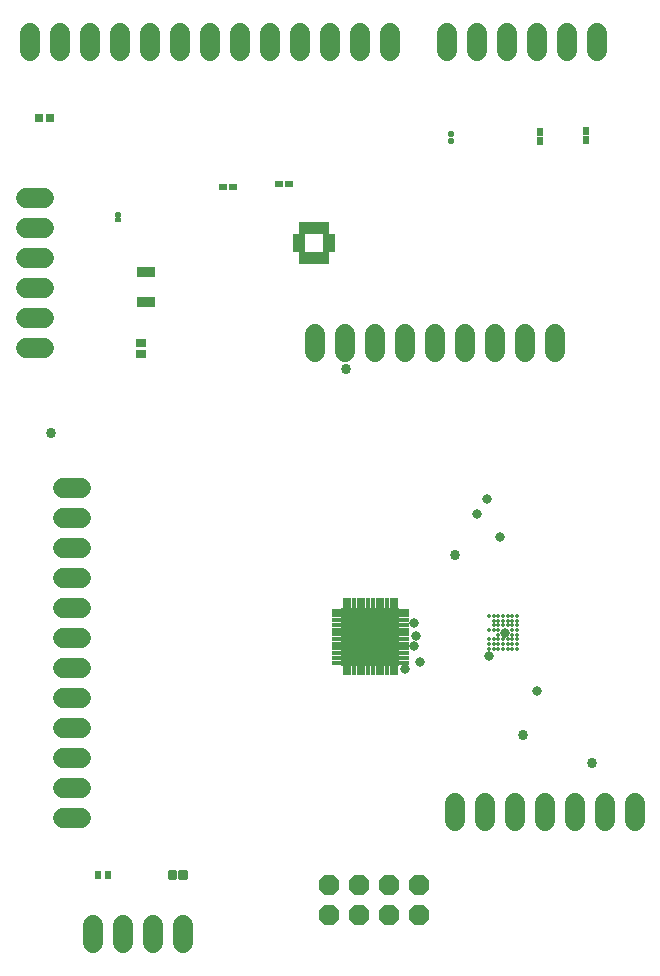
<source format=gts>
G75*
%MOIN*%
%OFA0B0*%
%FSLAX25Y25*%
%IPPOS*%
%LPD*%
%AMOC8*
5,1,8,0,0,1.08239X$1,22.5*
%
%ADD10R,0.06154X0.03241*%
%ADD11R,0.02000X0.03000*%
%ADD12R,0.03000X0.02000*%
%ADD13R,0.02600X0.02800*%
%ADD14C,0.01133*%
%ADD15R,0.03241X0.03083*%
%ADD16C,0.00682*%
%ADD17C,0.01339*%
%ADD18R,0.01981X0.04442*%
%ADD19R,0.03950X0.01981*%
%ADD20R,0.03400X0.01800*%
%ADD21R,0.01800X0.03400*%
%ADD22R,0.19300X0.19300*%
%ADD23OC8,0.06800*%
%ADD24C,0.06800*%
%ADD25R,0.02200X0.02800*%
%ADD26C,0.01551*%
%ADD27C,0.03200*%
%ADD28C,0.03400*%
%ADD29C,0.03778*%
D10*
X0063965Y0228454D03*
X0063965Y0238612D03*
D11*
X0194984Y0282261D03*
X0194984Y0285361D03*
X0210463Y0285557D03*
X0210463Y0282457D03*
D12*
X0111314Y0267772D03*
X0108214Y0267772D03*
X0092698Y0266916D03*
X0089598Y0266916D03*
D13*
X0031717Y0290009D03*
X0028117Y0290009D03*
D14*
X0164884Y0285253D02*
X0164884Y0284247D01*
X0164884Y0285253D02*
X0165968Y0285253D01*
X0165968Y0284247D01*
X0164884Y0284247D01*
X0164884Y0283048D02*
X0164884Y0282042D01*
X0164884Y0283048D02*
X0165968Y0283048D01*
X0165968Y0282042D01*
X0164884Y0282042D01*
D15*
X0062024Y0214848D03*
X0062024Y0211147D03*
D16*
X0053790Y0255410D02*
X0053790Y0256434D01*
X0055088Y0256434D01*
X0055088Y0255410D01*
X0053790Y0255410D01*
X0053790Y0256091D02*
X0055088Y0256091D01*
X0053790Y0257261D02*
X0053790Y0258285D01*
X0055088Y0258285D01*
X0055088Y0257261D01*
X0053790Y0257261D01*
X0053790Y0257942D02*
X0055088Y0257942D01*
D17*
X0178083Y0123963D03*
X0179657Y0123963D03*
X0179657Y0122388D03*
X0179657Y0120814D03*
X0181232Y0120814D03*
X0181232Y0122388D03*
X0182807Y0122388D03*
X0182807Y0120814D03*
X0184382Y0120814D03*
X0184382Y0122388D03*
X0185957Y0122388D03*
X0185957Y0120814D03*
X0187531Y0120814D03*
X0187531Y0122388D03*
X0187531Y0123963D03*
X0185957Y0123963D03*
X0184382Y0123963D03*
X0182807Y0123963D03*
X0181232Y0123963D03*
X0181232Y0119239D03*
X0179657Y0119239D03*
X0178083Y0119239D03*
X0178083Y0116089D03*
X0179657Y0116089D03*
X0179657Y0114514D03*
X0179657Y0112940D03*
X0178083Y0112940D03*
X0178083Y0114514D03*
X0181232Y0114514D03*
X0181232Y0112940D03*
X0182807Y0112940D03*
X0182807Y0114514D03*
X0184382Y0114514D03*
X0184382Y0112940D03*
X0185957Y0112940D03*
X0187531Y0112940D03*
X0187531Y0114514D03*
X0185957Y0114514D03*
X0185957Y0116089D03*
X0187531Y0116089D03*
X0187531Y0117664D03*
X0185957Y0117664D03*
X0185957Y0119239D03*
X0187531Y0119239D03*
X0184382Y0116089D03*
X0182807Y0116089D03*
X0181232Y0116089D03*
X0181232Y0117664D03*
D18*
X0123676Y0243093D03*
X0121707Y0243093D03*
X0119739Y0243093D03*
X0117770Y0243093D03*
X0115802Y0243093D03*
X0115802Y0253231D03*
X0117770Y0253231D03*
X0119739Y0253231D03*
X0121707Y0253231D03*
X0123676Y0253231D03*
D19*
X0124759Y0250130D03*
X0124759Y0248162D03*
X0124759Y0246193D03*
X0114719Y0246193D03*
X0114719Y0248162D03*
X0114719Y0250130D03*
D20*
X0127333Y0125705D03*
X0127333Y0124131D03*
X0127333Y0122556D03*
X0127333Y0120981D03*
X0127333Y0119406D03*
X0127333Y0117831D03*
X0127333Y0116257D03*
X0127333Y0114682D03*
X0127333Y0113107D03*
X0127333Y0111532D03*
X0127333Y0109957D03*
X0127333Y0108383D03*
X0149933Y0108383D03*
X0149933Y0109957D03*
X0149933Y0111532D03*
X0149933Y0113107D03*
X0149933Y0114682D03*
X0149933Y0116257D03*
X0149933Y0117831D03*
X0149933Y0119406D03*
X0149933Y0120981D03*
X0149933Y0122556D03*
X0149933Y0124131D03*
X0149933Y0125705D03*
D21*
X0147295Y0128344D03*
X0145720Y0128344D03*
X0144145Y0128344D03*
X0142570Y0128344D03*
X0140996Y0128344D03*
X0139421Y0128344D03*
X0137846Y0128344D03*
X0136271Y0128344D03*
X0134696Y0128344D03*
X0133122Y0128344D03*
X0131547Y0128344D03*
X0129972Y0128344D03*
X0129972Y0105744D03*
X0131547Y0105744D03*
X0133122Y0105744D03*
X0134696Y0105744D03*
X0136271Y0105744D03*
X0137846Y0105744D03*
X0139421Y0105744D03*
X0140996Y0105744D03*
X0142570Y0105744D03*
X0144145Y0105744D03*
X0145720Y0105744D03*
X0147295Y0105744D03*
D22*
X0138633Y0117044D03*
D23*
X0134964Y0034326D03*
X0134964Y0024326D03*
X0144964Y0024326D03*
X0144964Y0034326D03*
X0154964Y0034326D03*
X0154964Y0024326D03*
X0124964Y0024326D03*
X0124964Y0034326D03*
D24*
X0042179Y0056655D02*
X0036179Y0056655D01*
X0036179Y0066655D02*
X0042179Y0066655D01*
X0042179Y0076655D02*
X0036179Y0076655D01*
X0036179Y0086655D02*
X0042179Y0086655D01*
X0042179Y0096655D02*
X0036179Y0096655D01*
X0036179Y0106655D02*
X0042179Y0106655D01*
X0042179Y0116655D02*
X0036179Y0116655D01*
X0036179Y0126655D02*
X0042179Y0126655D01*
X0042179Y0136655D02*
X0036179Y0136655D01*
X0036179Y0146655D02*
X0042179Y0146655D01*
X0042179Y0156655D02*
X0036179Y0156655D01*
X0036179Y0166655D02*
X0042179Y0166655D01*
X0029781Y0213344D02*
X0023781Y0213344D01*
X0023781Y0223344D02*
X0029781Y0223344D01*
X0029781Y0233344D02*
X0023781Y0233344D01*
X0023781Y0243344D02*
X0029781Y0243344D01*
X0029781Y0253344D02*
X0023781Y0253344D01*
X0023781Y0263344D02*
X0029781Y0263344D01*
X0025240Y0312093D02*
X0025240Y0318093D01*
X0035240Y0318093D02*
X0035240Y0312093D01*
X0045240Y0312093D02*
X0045240Y0318093D01*
X0055240Y0318093D02*
X0055240Y0312093D01*
X0065240Y0312093D02*
X0065240Y0318093D01*
X0075240Y0318093D02*
X0075240Y0312093D01*
X0085240Y0312093D02*
X0085240Y0318093D01*
X0095240Y0318093D02*
X0095240Y0312093D01*
X0105240Y0312093D02*
X0105240Y0318093D01*
X0115240Y0318093D02*
X0115240Y0312093D01*
X0125240Y0312093D02*
X0125240Y0318093D01*
X0135240Y0318093D02*
X0135240Y0312093D01*
X0145240Y0312093D02*
X0145240Y0318093D01*
X0164109Y0318226D02*
X0164109Y0312226D01*
X0174109Y0312226D02*
X0174109Y0318226D01*
X0184109Y0318226D02*
X0184109Y0312226D01*
X0194109Y0312226D02*
X0194109Y0318226D01*
X0204109Y0318226D02*
X0204109Y0312226D01*
X0214109Y0312226D02*
X0214109Y0318226D01*
X0200174Y0218016D02*
X0200174Y0212016D01*
X0190174Y0212016D02*
X0190174Y0218016D01*
X0180174Y0218016D02*
X0180174Y0212016D01*
X0170174Y0212016D02*
X0170174Y0218016D01*
X0160174Y0218016D02*
X0160174Y0212016D01*
X0150174Y0212016D02*
X0150174Y0218016D01*
X0140174Y0218016D02*
X0140174Y0212016D01*
X0130174Y0212016D02*
X0130174Y0218016D01*
X0120174Y0218016D02*
X0120174Y0212016D01*
X0166675Y0061439D02*
X0166675Y0055439D01*
X0176675Y0055439D02*
X0176675Y0061439D01*
X0186675Y0061439D02*
X0186675Y0055439D01*
X0196675Y0055439D02*
X0196675Y0061439D01*
X0206675Y0061439D02*
X0206675Y0055439D01*
X0216675Y0055439D02*
X0216675Y0061439D01*
X0226675Y0061439D02*
X0226675Y0055439D01*
X0076082Y0021058D02*
X0076082Y0015058D01*
X0066082Y0015058D02*
X0066082Y0021058D01*
X0056082Y0021058D02*
X0056082Y0015058D01*
X0046082Y0015058D02*
X0046082Y0021058D01*
D25*
X0047838Y0037653D03*
X0051138Y0037653D03*
D26*
X0073289Y0037018D02*
X0073289Y0038630D01*
X0073289Y0037018D02*
X0071913Y0037018D01*
X0071913Y0038630D01*
X0073289Y0038630D01*
X0073289Y0038568D02*
X0071913Y0038568D01*
X0076674Y0038630D02*
X0076674Y0037018D01*
X0075298Y0037018D01*
X0075298Y0038630D01*
X0076674Y0038630D01*
X0076674Y0038568D02*
X0075298Y0038568D01*
D27*
X0132113Y0119336D03*
X0136046Y0119267D03*
X0139843Y0119267D03*
X0144989Y0119290D03*
X0153280Y0121495D03*
X0153830Y0117095D03*
X0153280Y0113795D03*
X0155279Y0108523D03*
X0149980Y0106095D03*
X0178030Y0110495D03*
X0183530Y0118195D03*
X0193980Y0098945D03*
X0181880Y0150095D03*
X0174180Y0157795D03*
X0177480Y0162745D03*
D28*
X0166851Y0144396D03*
X0132361Y0124134D03*
X0189521Y0084362D03*
X0212569Y0074897D03*
X0130403Y0206284D03*
X0032133Y0184878D03*
D29*
X0131335Y0111171D03*
X0135566Y0111102D03*
X0139912Y0111171D03*
X0145012Y0111102D03*
X0144783Y0124207D03*
X0140483Y0124115D03*
X0136252Y0124024D03*
M02*

</source>
